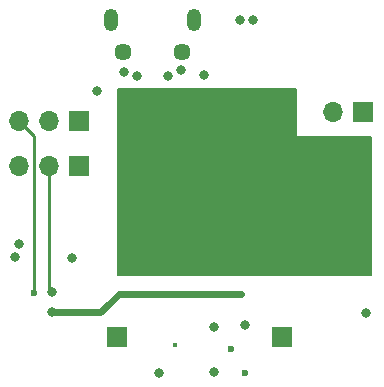
<source format=gbl>
%TF.GenerationSoftware,KiCad,Pcbnew,(6.0.2)*%
%TF.CreationDate,2022-12-08T21:29:48-08:00*%
%TF.ProjectId,touch_sensor_light,746f7563-685f-4736-956e-736f725f6c69,rev?*%
%TF.SameCoordinates,Original*%
%TF.FileFunction,Copper,L4,Bot*%
%TF.FilePolarity,Positive*%
%FSLAX46Y46*%
G04 Gerber Fmt 4.6, Leading zero omitted, Abs format (unit mm)*
G04 Created by KiCad (PCBNEW (6.0.2)) date 2022-12-08 21:29:48*
%MOMM*%
%LPD*%
G01*
G04 APERTURE LIST*
%TA.AperFunction,ComponentPad*%
%ADD10R,1.700000X1.700000*%
%TD*%
%TA.AperFunction,ComponentPad*%
%ADD11O,1.700000X1.700000*%
%TD*%
%TA.AperFunction,ComponentPad*%
%ADD12C,1.450000*%
%TD*%
%TA.AperFunction,ComponentPad*%
%ADD13O,1.200000X1.900000*%
%TD*%
%TA.AperFunction,ViaPad*%
%ADD14C,0.800000*%
%TD*%
%TA.AperFunction,ViaPad*%
%ADD15C,0.600000*%
%TD*%
%TA.AperFunction,ViaPad*%
%ADD16C,0.400000*%
%TD*%
%TA.AperFunction,Conductor*%
%ADD17C,0.254000*%
%TD*%
%TA.AperFunction,Conductor*%
%ADD18C,0.600000*%
%TD*%
G04 APERTURE END LIST*
D10*
%TO.P,J6,1,Pin_1*%
%TO.N,/Touch*%
X129540000Y-75692000D03*
%TD*%
%TO.P,J1,1,Pin_1*%
%TO.N,+5V*%
X136398000Y-56642000D03*
D11*
%TO.P,J1,2,Pin_2*%
%TO.N,GND*%
X133858000Y-56642000D03*
%TD*%
D12*
%TO.P,J5,6,Shield*%
%TO.N,unconnected-(J5-Pad6)*%
X121118000Y-51582500D03*
D13*
X122118000Y-48882500D03*
D12*
X116118000Y-51582500D03*
D13*
X115118000Y-48882500D03*
%TD*%
D10*
%TO.P,J4,1,Pin_1*%
%TO.N,Net-(C3-Pad1)*%
X115570000Y-75692000D03*
%TD*%
%TO.P,J2,1,Pin_1*%
%TO.N,+5V*%
X112395000Y-61214000D03*
D11*
%TO.P,J2,2,Pin_2*%
%TO.N,/~{RST}*%
X109855000Y-61214000D03*
%TO.P,J2,3,Pin_3*%
%TO.N,GND*%
X107315000Y-61214000D03*
%TD*%
D10*
%TO.P,J3,1,Pin_1*%
%TO.N,Net-(J3-Pad1)*%
X112410000Y-57379000D03*
D11*
%TO.P,J3,2,Pin_2*%
%TO.N,Net-(J3-Pad2)*%
X109870000Y-57379000D03*
%TO.P,J3,3,Pin_3*%
%TO.N,Net-(J3-Pad3)*%
X107330000Y-57379000D03*
%TD*%
D14*
%TO.N,+5V*%
X127116300Y-48829500D03*
X107315000Y-67818000D03*
D15*
X125222000Y-76708000D03*
D14*
X113893600Y-54889400D03*
X119913400Y-53619400D03*
D15*
X126441200Y-78740000D03*
D14*
X106999000Y-68896000D03*
X125969300Y-48829500D03*
X122936000Y-53517800D03*
X120980200Y-53119700D03*
%TO.N,GND*%
X119126000Y-78740000D03*
X125222000Y-57658000D03*
X119380000Y-63500000D03*
X127762000Y-60198000D03*
X126492000Y-60198000D03*
D16*
X120497600Y-76403200D03*
D14*
X126441200Y-74676000D03*
X136652000Y-69850000D03*
X121666000Y-64770000D03*
X118110000Y-64770000D03*
X123825000Y-78613000D03*
X127762000Y-56388000D03*
X119380000Y-67310000D03*
X120650000Y-67310000D03*
X111760000Y-68961000D03*
X136666000Y-73646000D03*
X120650000Y-63500000D03*
X117318000Y-53564000D03*
X126492000Y-56388000D03*
X123825000Y-74803000D03*
X116179600Y-53213000D03*
X128778000Y-57658000D03*
%TO.N,/~{RST}*%
X110109000Y-71882000D03*
D15*
%TO.N,Net-(J3-Pad3)*%
X108559600Y-71983600D03*
%TO.N,Net-(R3-Pad1)*%
X126060200Y-72009000D03*
D14*
X110109000Y-73583800D03*
%TD*%
D17*
%TO.N,/~{RST}*%
X110109000Y-71882000D02*
X109855000Y-71628000D01*
X109855000Y-71628000D02*
X109855000Y-61214000D01*
%TO.N,Net-(J3-Pad3)*%
X108585000Y-58634000D02*
X108585000Y-71958200D01*
X107330000Y-57379000D02*
X108585000Y-58634000D01*
X108585000Y-71958200D02*
X108559600Y-71983600D01*
D18*
%TO.N,Net-(R3-Pad1)*%
X114173000Y-73583800D02*
X114884200Y-72872600D01*
X110109000Y-73583800D02*
X114173000Y-73583800D01*
X115747800Y-72009000D02*
X126060200Y-72009000D01*
X114884200Y-72872600D02*
X115747800Y-72009000D01*
%TD*%
%TA.AperFunction,Conductor*%
%TO.N,GND*%
G36*
X130752121Y-54630002D02*
G01*
X130798614Y-54683658D01*
X130810000Y-54736000D01*
X130810000Y-58674000D01*
X137034000Y-58674000D01*
X137102121Y-58694002D01*
X137148614Y-58747658D01*
X137160000Y-58800000D01*
X137160000Y-70435200D01*
X137139998Y-70503321D01*
X137086342Y-70549814D01*
X137034000Y-70561200D01*
X115696000Y-70561200D01*
X115627879Y-70541198D01*
X115581386Y-70487542D01*
X115570000Y-70435200D01*
X115570000Y-54736000D01*
X115590002Y-54667879D01*
X115643658Y-54621386D01*
X115696000Y-54610000D01*
X130684000Y-54610000D01*
X130752121Y-54630002D01*
G37*
%TD.AperFunction*%
%TD*%
M02*

</source>
